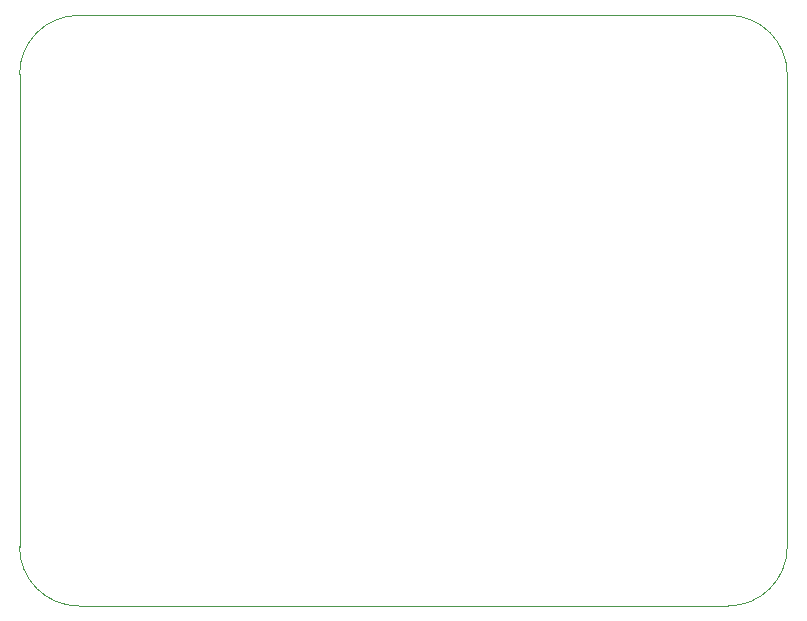
<source format=gbr>
%TF.GenerationSoftware,KiCad,Pcbnew,5.1.12-84ad8e8a86~92~ubuntu20.04.1*%
%TF.CreationDate,2021-11-28T14:42:32-08:00*%
%TF.ProjectId,FilaScale-s,46696c61-5363-4616-9c65-2d732e6b6963,rev?*%
%TF.SameCoordinates,Original*%
%TF.FileFunction,Profile,NP*%
%FSLAX46Y46*%
G04 Gerber Fmt 4.6, Leading zero omitted, Abs format (unit mm)*
G04 Created by KiCad (PCBNEW 5.1.12-84ad8e8a86~92~ubuntu20.04.1) date 2021-11-28 14:42:32*
%MOMM*%
%LPD*%
G01*
G04 APERTURE LIST*
%TA.AperFunction,Profile*%
%ADD10C,0.050000*%
%TD*%
G04 APERTURE END LIST*
D10*
X43000000Y-173000000D02*
G75*
G02*
X38000000Y-168000000I0J5000000D01*
G01*
X103000000Y-168000000D02*
G75*
G02*
X98000000Y-173000000I-5000000J0D01*
G01*
X98000000Y-122989990D02*
G75*
G02*
X103000000Y-128000000I0J-5000010D01*
G01*
X38000000Y-128000000D02*
G75*
G02*
X43000000Y-123000000I5000000J0D01*
G01*
X98000000Y-122989990D02*
X43000000Y-123000000D01*
X103000000Y-168000000D02*
X103000000Y-128000000D01*
X43000000Y-173000000D02*
X98000000Y-173000000D01*
X38000000Y-168000000D02*
X38000000Y-128000000D01*
M02*

</source>
